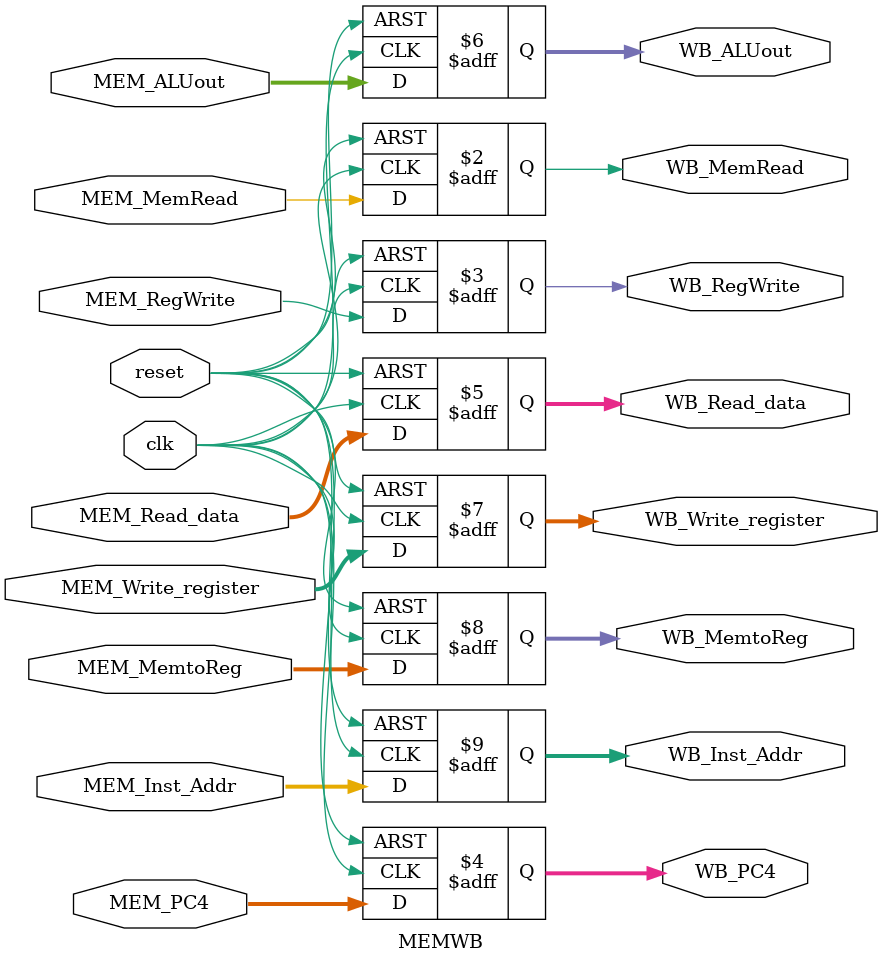
<source format=v>
`timescale 1ns / 1ps


module MEMWB(reset, clk, MEM_PC4, MEM_Write_register, MEM_Read_data, MEM_ALUout,
    MEM_MemRead, MEM_RegWrite, MEM_MemtoReg,
    WB_PC4, WB_Write_register, WB_Read_data,
    WB_ALUout, WB_MemRead, WB_RegWrite, WB_MemtoReg,
    MEM_Inst_Addr,WB_Inst_Addr);
input reset, clk, MEM_MemRead, MEM_RegWrite;
input [31:0] MEM_PC4, MEM_Read_data, MEM_ALUout;
input [4:0] MEM_Write_register;
input [1:0] MEM_MemtoReg;
input [7:0] MEM_Inst_Addr;

(* DONT_TOUCH= "TRUE" *) output reg WB_MemRead, WB_RegWrite;
(* DONT_TOUCH= "TRUE" *) output reg [31:0] WB_PC4, WB_Read_data, WB_ALUout;
(* DONT_TOUCH= "TRUE" *) output reg [4:0] WB_Write_register;
(* DONT_TOUCH= "TRUE" *) output reg [1:0] WB_MemtoReg;
(* DONT_TOUCH= "TRUE" *) output reg [7:0] WB_Inst_Addr;
always @(posedge reset or posedge clk)
    if (reset) begin
        WB_PC4<=32'b0; WB_Write_register<=5'b0; WB_Read_data<=32'b0;
        WB_ALUout<=32'b0; WB_MemRead<=0; WB_RegWrite<=0; WB_MemtoReg<=2'b0;
        WB_Inst_Addr <= 8'd0;
    end
    else begin
        WB_PC4<=MEM_PC4; WB_Write_register<=MEM_Write_register;
        WB_Read_data<=MEM_Read_data; WB_ALUout<=MEM_ALUout; 
        WB_MemRead<=MEM_MemRead; WB_RegWrite<=MEM_RegWrite; WB_MemtoReg<=MEM_MemtoReg;
        WB_Inst_Addr <= MEM_Inst_Addr;
    end
endmodule

</source>
